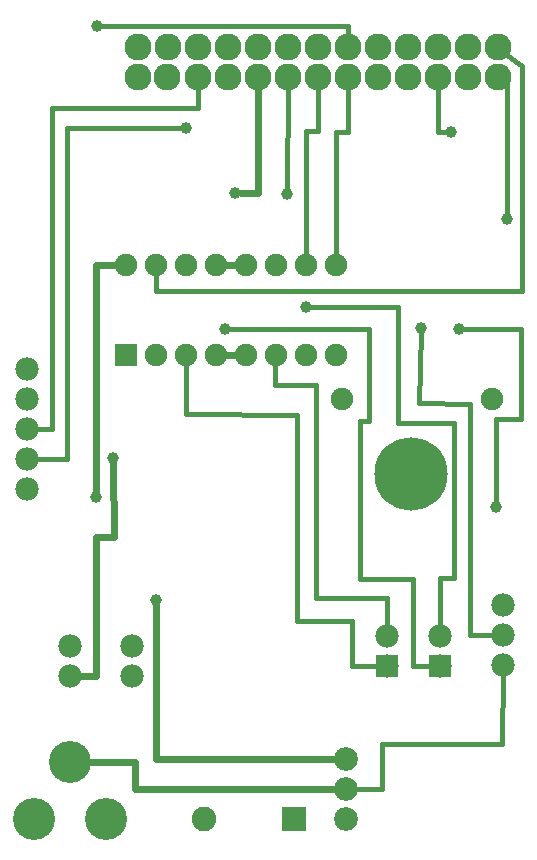
<source format=gbl>
G04 MADE WITH FRITZING*
G04 WWW.FRITZING.ORG*
G04 DOUBLE SIDED*
G04 HOLES PLATED*
G04 CONTOUR ON CENTER OF CONTOUR VECTOR*
%ASAXBY*%
%FSLAX23Y23*%
%MOIN*%
%OFA0B0*%
%SFA1.0B1.0*%
%ADD10C,0.039370*%
%ADD11C,0.082000*%
%ADD12C,0.244094*%
%ADD13C,0.079370*%
%ADD14C,0.140000*%
%ADD15C,0.075000*%
%ADD16C,0.078000*%
%ADD17C,0.089639*%
%ADD18C,0.089583*%
%ADD19R,0.082000X0.082000*%
%ADD20R,0.075000X0.075000*%
%ADD21R,0.078000X0.078000*%
%ADD22C,0.016000*%
%ADD23C,0.024000*%
%LNCOPPER0*%
G90*
G70*
G54D10*
X1501Y2403D03*
X1689Y2113D03*
X1019Y1818D03*
X747Y1746D03*
X375Y1315D03*
X316Y1185D03*
X519Y842D03*
X1400Y1747D03*
X1526Y1744D03*
X618Y2415D03*
X1651Y1152D03*
X782Y2197D03*
X954Y2194D03*
G54D11*
X976Y113D03*
X678Y113D03*
G54D10*
X321Y2755D03*
G54D12*
X1367Y1260D03*
G54D13*
X1150Y112D03*
X1150Y212D03*
X1150Y312D03*
G54D14*
X350Y113D03*
X110Y113D03*
X230Y303D03*
X350Y113D03*
X110Y113D03*
X230Y303D03*
G54D15*
X416Y1658D03*
X416Y1958D03*
X516Y1658D03*
X516Y1958D03*
X616Y1658D03*
X616Y1958D03*
X716Y1658D03*
X716Y1958D03*
X816Y1658D03*
X816Y1958D03*
X916Y1658D03*
X916Y1958D03*
X1016Y1658D03*
X1016Y1958D03*
X1116Y1658D03*
X1116Y1958D03*
G54D16*
X1286Y622D03*
X1286Y722D03*
X1464Y620D03*
X1464Y720D03*
G54D15*
X1139Y1512D03*
X1639Y1512D03*
G54D16*
X230Y689D03*
X230Y589D03*
X438Y687D03*
X438Y587D03*
X87Y1213D03*
X87Y1313D03*
X87Y1413D03*
X87Y1513D03*
X87Y1613D03*
X1674Y626D03*
X1674Y726D03*
X1674Y826D03*
G54D17*
X456Y2684D03*
G54D18*
X556Y2684D03*
X656Y2684D03*
X756Y2684D03*
X856Y2684D03*
X956Y2684D03*
X1056Y2684D03*
X1156Y2684D03*
X1256Y2684D03*
X1356Y2684D03*
X1456Y2684D03*
X1556Y2684D03*
X1656Y2684D03*
X456Y2584D03*
X555Y2584D03*
X656Y2584D03*
X756Y2584D03*
X856Y2584D03*
X956Y2584D03*
X1056Y2584D03*
X1156Y2584D03*
X1256Y2584D03*
X1356Y2584D03*
X1456Y2585D03*
X1556Y2585D03*
X1656Y2585D03*
G54D19*
X977Y113D03*
G54D20*
X416Y1658D03*
G54D21*
X1286Y622D03*
X1464Y620D03*
G54D22*
X1736Y2622D02*
X1679Y2666D01*
D02*
X516Y1935D02*
X519Y1870D01*
D02*
X519Y1870D02*
X1736Y1870D01*
D02*
X1736Y1870D02*
X1736Y2622D01*
D02*
X1457Y2403D02*
X1456Y2555D01*
D02*
X1488Y2403D02*
X1457Y2403D01*
D02*
X1689Y2585D02*
X1685Y2585D01*
D02*
X1689Y2127D02*
X1689Y2585D01*
D02*
X1016Y2406D02*
X1057Y2406D01*
D02*
X1057Y2406D02*
X1056Y2555D01*
D02*
X1016Y1981D02*
X1016Y2406D01*
D02*
X1157Y2403D02*
X1116Y2403D01*
D02*
X1116Y2403D02*
X1116Y1981D01*
D02*
X1156Y2555D02*
X1157Y2403D01*
G54D23*
D02*
X787Y1958D02*
X744Y1958D01*
G54D22*
D02*
X1511Y1433D02*
X1324Y1433D01*
D02*
X1324Y1433D02*
X1324Y1818D01*
D02*
X1324Y1818D02*
X1032Y1818D01*
D02*
X1511Y914D02*
X1511Y1433D01*
D02*
X1464Y914D02*
X1511Y914D01*
D02*
X1464Y744D02*
X1464Y914D01*
D02*
X1198Y1438D02*
X1226Y1438D01*
D02*
X1226Y1438D02*
X1226Y1746D01*
D02*
X1226Y1746D02*
X760Y1746D01*
D02*
X1198Y1133D02*
X1198Y1438D01*
D02*
X1198Y912D02*
X1198Y1133D01*
D02*
X1375Y620D02*
X1375Y912D01*
D02*
X1375Y912D02*
X1198Y912D01*
D02*
X1440Y620D02*
X1375Y620D01*
D02*
X1170Y622D02*
X1262Y622D01*
D02*
X989Y770D02*
X1170Y770D01*
D02*
X1170Y770D02*
X1170Y622D01*
D02*
X989Y1459D02*
X989Y770D01*
D02*
X616Y1462D02*
X989Y1459D01*
D02*
X616Y1635D02*
X616Y1462D01*
G54D23*
D02*
X319Y589D02*
X260Y589D01*
D02*
X319Y1053D02*
X319Y589D01*
D02*
X378Y1053D02*
X319Y1053D01*
D02*
X375Y1296D02*
X378Y1053D01*
D02*
X316Y1958D02*
X316Y1702D01*
D02*
X387Y1958D02*
X316Y1958D01*
D02*
X316Y1702D02*
X316Y1204D01*
D02*
X787Y1658D02*
X744Y1658D01*
G54D22*
D02*
X1271Y362D02*
X1271Y212D01*
D02*
X1271Y212D02*
X1176Y212D01*
D02*
X1671Y362D02*
X1271Y362D01*
D02*
X1674Y602D02*
X1671Y362D01*
D02*
X1286Y847D02*
X1286Y746D01*
D02*
X1050Y847D02*
X1286Y847D01*
D02*
X1050Y1559D02*
X1050Y847D01*
D02*
X915Y1559D02*
X1050Y1559D01*
D02*
X915Y1635D02*
X915Y1559D01*
G54D23*
D02*
X519Y312D02*
X519Y823D01*
D02*
X1120Y312D02*
X519Y312D01*
G54D22*
D02*
X1565Y1496D02*
X1395Y1497D01*
D02*
X1395Y1497D02*
X1400Y1734D01*
D02*
X1565Y726D02*
X1565Y1496D01*
D02*
X1649Y726D02*
X1565Y726D01*
G54D23*
D02*
X446Y303D02*
X291Y303D01*
D02*
X446Y212D02*
X446Y303D01*
D02*
X1120Y212D02*
X446Y212D01*
G54D22*
D02*
X171Y1413D02*
X111Y1413D01*
D02*
X171Y2482D02*
X171Y1413D01*
D02*
X657Y2482D02*
X171Y2482D01*
D02*
X656Y2555D02*
X657Y2482D01*
D02*
X222Y2415D02*
X605Y2415D01*
D02*
X222Y1313D02*
X222Y2415D01*
D02*
X111Y1313D02*
X222Y1313D01*
D02*
X1651Y1444D02*
X1651Y1165D01*
D02*
X1734Y1744D02*
X1734Y1444D01*
D02*
X1734Y1444D02*
X1651Y1444D01*
D02*
X1539Y1744D02*
X1734Y1744D01*
G54D23*
D02*
X857Y2197D02*
X801Y2197D01*
D02*
X856Y2549D02*
X857Y2197D01*
G54D22*
D02*
X956Y2555D02*
X954Y2207D01*
D02*
X1156Y2756D02*
X334Y2755D01*
D02*
X1156Y2713D02*
X1156Y2756D01*
G04 End of Copper0*
M02*
</source>
